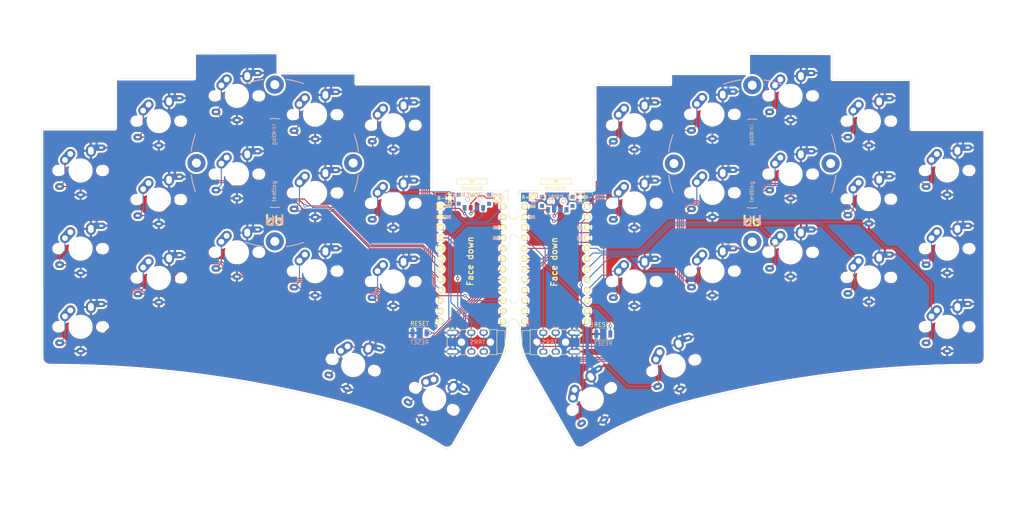
<source format=kicad_pcb>
(kicad_pcb (version 20211014) (generator pcbnew)
  (layers (0 "F.Cu" signal) (31 "B.Cu" signal) (34 "B.Paste" user) (35 "F.Paste" user) (36 "B.SilkS" user "B.Silkscreen") (37 "F.SilkS" user "F.Silkscreen") (38 "B.Mask" user) (39 "F.Mask" user) (44 "Edge.Cuts" user))
  (net 0 "")
  (net 1 "BT+")
  (net 2 "gnd")
  (net 3 "vcc")
  (net 4 "Switch18")
  (net 5 "reset")
  (net 6 "Switch1")
  (net 7 "Switch2")
  (net 8 "Switch3")
  (net 9 "Switch4")
  (net 10 "Switch5")
  (net 11 "Switch6")
  (net 12 "Switch7")
  (net 13 "Switch8")
  (net 14 "Switch9")
  (net 15 "Switch10")
  (net 16 "Switch11")
  (net 17 "Switch12")
  (net 18 "Switch13")
  (net 19 "Switch14")
  (net 20 "Switch15")
  (net 21 "Switch16")
  (net 22 "Switch17")
  (net 23 "Net-(SW_POWER1-Pad1)")
  (net 24 "raw")
  (net 25 "BT+_r")
  (net 26 "Switch18_r")
  (net 27 "reset_r")
  (net 28 "Switch9_r")
  (net 29 "Switch10_r")
  (net 30 "Switch11_r")
  (net 31 "Switch12_r")
  (net 32 "Switch13_r")
  (net 33 "Switch14_r")
  (net 34 "Switch15_r")
  (net 35 "Switch16_r")
  (net 36 "Switch17_r")
  (net 37 "Switch1_r")
  (net 38 "Switch2_r")
  (net 39 "Switch3_r")
  (net 40 "Switch4_r")
  (net 41 "Switch5_r")
  (net 42 "Switch6_r")
  (net 43 "Switch7_r")
  (net 44 "Switch8_r")
  (net 45 "Net-(SW_POWERR1-Pad1)")
  (footprint "kbd:1pin_conn" (layer "F.Cu") (at 146.190005 83.736002)
    (fp_text reference "B+")
    (fp_text value "MountingHole_Pad" hide)
  )
  (footprint "kbd:1pin_conn" (layer "F.Cu") (at 134.760005 83.736002)
    (fp_text reference "B-")
    (fp_text value "MountingHole_Pad" hide)
  )
  (footprint "* duckyb-collection:keyswitch_cherrymx_alps_choc12_slots_1u" (layer "F.Cu") (at 45 77)
    (fp_text reference "SW2" hide)
    (fp_text value "SW_Push" hide)
  )
  (footprint "* duckyb-collection:keyswitch_cherrymx_alps_choc12_slots_1u" (layer "F.Cu") (at 64 65)
    (fp_text reference "SW3" hide)
    (fp_text value "SW_Push" hide)
  )
  (footprint "* duckyb-collection:keyswitch_cherrymx_alps_choc12_slots_1u" (layer "F.Cu") (at 83 58.86)
    (fp_text reference "SW4" hide)
    (fp_text value "SW_Push" hide)
  )
  (footprint "* duckyb-collection:keyswitch_cherrymx_alps_choc12_slots_1u" (layer "F.Cu") (at 101.994 63.432)
    (fp_text reference "SW5" hide)
    (fp_text value "SW_Push" hide)
  )
  (footprint "* duckyb-collection:keyswitch_cherrymx_alps_choc12_slots_1u" (layer "F.Cu") (at 121 66)
    (fp_text reference "SW6" hide)
    (fp_text value "SW_Push" hide)
  )
  (footprint "* duckyb-collection:keyswitch_cherrymx_alps_choc12_slots_1u" (layer "F.Cu") (at 45 96)
    (fp_text reference "SW8" hide)
    (fp_text value "SW_Push" hide)
  )
  (footprint "* duckyb-collection:keyswitch_cherrymx_alps_choc12_slots_1u" (layer "F.Cu") (at 64 84.074)
    (fp_text reference "SW9" hide)
    (fp_text value "SW_Push" hide)
  )
  (footprint "* duckyb-collection:keyswitch_cherrymx_alps_choc12_slots_1u" (layer "F.Cu") (at 83 77.878)
    (fp_text reference "SW10" hide)
    (fp_text value "SW_Push" hide)
  )
  (footprint "* duckyb-collection:keyswitch_cherrymx_alps_choc12_slots_1u" (layer "F.Cu") (at 102 82.45)
    (fp_text reference "SW11" hide)
    (fp_text value "SW_Push" hide)
  )
  (footprint "* duckyb-collection:keyswitch_cherrymx_alps_choc12_slots_1u" (layer "F.Cu") (at 120.98 84.99)
    (fp_text reference "SW12" hide)
    (fp_text value "SW_Push" hide)
  )
  (footprint "* duckyb-collection:keyswitch_cherrymx_alps_choc12_slots_1u" (layer "F.Cu") (at 45 115)
    (fp_text reference "SW14" hide)
    (fp_text value "SW_Push" hide)
  )
  (footprint "* duckyb-collection:keyswitch_cherrymx_alps_choc12_slots_1u" (layer "F.Cu") (at 64.008 103.124)
    (fp_text reference "SW15" hide)
    (fp_text value "SW_Push" hide)
  )
  (footprint "* duckyb-collection:keyswitch_cherrymx_alps_choc12_slots_1u" (layer "F.Cu") (at 83 96.896)
    (fp_text reference "SW16" hide)
    (fp_text value "SW_Push" hide)
  )
  (footprint "* duckyb-collection:keyswitch_cherrymx_alps_choc12_slots_1u" (layer "F.Cu") (at 102 101.468)
    (fp_text reference "SW17" hide)
    (fp_text value "SW_Push" hide)
  )
  (footprint "* duckyb-collection:keyswitch_cherrymx_alps_choc12_slots_1u" (layer "F.Cu") (at 130.95 132.504 -30)
    (fp_text reference "SW20" hide)
    (fp_text value "SW_Push" hide)
  )
  (footprint "* duckyb-collection:keyswitch_cherrymx_alps_choc12_slots_1u" (layer "F.Cu") (at 111.272 124.288 -15)
    (fp_text reference "SW21" hide)
    (fp_text value "SW_Push" hide)
  )
  (footprint "kbd:Tenting_Puck2" (layer "F.Cu") (at 92.202 75.184)
    (fp_text reference "REF**")
    (fp_text value "Tenting Puck")
  )
  (footprint "Kailh:SPDT_C128955r" (layer "F.Cu") (at 140.602 83.99)
    (fp_text reference "SW2")
    (fp_text value "SW_SPDT")
  )
  (footprint "kbd:SW_SPST_B3U-1000P" (layer "F.Cu") (at 127.394 116.502)
    (fp_text reference "RSW1" hide)
    (fp_text value "SW_Push")
  )
  (footprint "* duckyb-collection:keyswitch_cherrymx_alps_choc12_slots_1u" (layer "F.Cu") (at 120.98 104.008)
    (fp_text reference "SW18" hide)
    (fp_text value "SW_Push" hide)
  )
  (footprint "kbd:ProMicro_v3_min" (layer "F.Cu") (at 140.094 100.246)
    (fp_text reference "U1" hide)
    (fp_text value "ProMicro-kbd" hide)
  )
  (footprint "kbd:1pin_conn" (layer "F.Cu") (at 166.45984 83.482002)
    (fp_text reference "B-")
    (fp_text value "MountingHole_Pad" hide)
  )
  (footprint "kbd:SW_SPST_B3U-1000P" (layer "F.Cu") (at 172.04784 116.756)
    (fp_text reference "RSW2" hide)
    (fp_text value "SW_Push")
  )
  (footprint "kbd:1pin_conn" (layer "F.Cu") (at 155.02984 83.482002)
    (fp_text reference "B+")
    (fp_text value "MountingHole_Pad" hide)
  )
  (footprint "kbd:Tenting_Puck2" (layer "F.Cu") (at 208.26984 75.311)
    (fp_text reference "REF**")
    (fp_text value "Tenting Puck")
  )
  (footprint "Kailh:SPDT_C128955r" (layer "F.Cu") (at 160.87184 84.498)
    (fp_text reference "SW2")
    (fp_text value "SW_SPDT")
  )
  (footprint "Kailh:TRRS-PJ-DPB2" (layer "F.Cu") (at 154.26784 118.734 90)
    (fp_text reference "J1")
    (fp_text value "AudioJack4dpb" hide)
  )
  (footprint "* duckyb-collection:keyswitch_cherrymx_alps_choc12_slots_1u" (layer "F.Cu") (at 198.58584 82.418)
    (fp_text reference "SW11_r1" hide)
    (fp_text value "SW_Push" hide)
  )
  (footprint "* duckyb-collection:keyswitch_cherrymx_alps_choc12_slots_1u" (layer "F.Cu") (at 255.63184 115)
    (fp_text reference "SW13_r1" hide)
    (fp_text value "SW_Push" hide)
  )
  (footprint "* duckyb-collection:keyswitch_cherrymx_alps_choc12_slots_1u" (layer "F.Cu") (at 217.58784 96.896)
    (fp_text reference "SW15_r1" hide)
    (fp_text value "SW_Push" hide)
  )
  (footprint "* duckyb-collection:keyswitch_cherrymx_alps_choc12_slots_1u" (layer "F.Cu") (at 198.58584 101.468)
    (fp_text reference "SW16_r1" hide)
    (fp_text value "SW_Push" hide)
  )
  (footprint "* duckyb-collection:keyswitch_cherrymx_alps_choc12_slots_1u" (layer "F.Cu") (at 198.58584 63.368)
    (fp_text reference "SW5_r1" hide)
    (fp_text value "SW_Push" hide)
  )
  (footprint "* duckyb-collection:keyswitch_cherrymx_alps_choc12_slots_1u" (layer "F.Cu") (at 236.61384 65)
    (fp_text reference "SW3_r1" hide)
    (fp_text value "SW_Push" hide)
  )
  (footprint "* duckyb-collection:keyswitch_cherrymx_alps_choc12_slots_1u" (layer "F.Cu") (at 217.58784 58.86)
    (fp_text reference "SW4_r1" hide)
    (fp_text value "SW_Push" hide)
  )
  (footprint "* duckyb-collection:keyswitch_cherrymx_alps_choc12_slots_1u" (layer "F.Cu") (at 236.61384 83.974)
    (fp_text reference "SW8_r1" hide)
    (fp_text value "SW_Push" hide)
  )
  (footprint "* duckyb-collection:keyswitch_cherrymx_alps_choc12_slots_1u" (layer "F.Cu") (at 217.58784 77.878)
    (fp_text reference "SW9_r1" hide)
    (fp_text value "SW_Push" hide)
  )
  (footprint "* duckyb-collection:keyswitch_cherrymx_alps_choc12_slots_1u" (layer "F.Cu") (at 236.61384 102.992)
    (fp_text reference "SW18_r1" hide)
    (fp_text value "SW_Push" hide)
  )
  (footprint "* duckyb-collection:keyswitch_cherrymx_alps_choc12_slots_1u" (layer "F.Cu") (at 179.58584 84.99)
    (fp_text reference "SW12_r1" hide)
    (fp_text value "SW_Push" hide)
  )
  (footprint "* duckyb-collection:keyswitch_cherrymx_alps_choc12_slots_1u" (layer "F.Cu") (at 255.63184 96)
    (fp_text reference "SW7_r1" hide)
    (fp_text value "SW_Push" hide)
  )
  (footprint "* duckyb-collection:keyswitch_cherrymx_alps_choc12_slots_1u" (layer "F.Cu") (at 255.63184 77)
    (fp_text reference "SW2_r1" hide)
    (fp_text value "SW_Push" hide)
  )
  (footprint "* duckyb-collection:keyswitch_cherrymx_alps_choc12_slots_1u" (layer "F.Cu") (at 179.58584 66)
    (fp_text reference "SW6_r1" hide)
    (fp_text value "SW_Push" hide)
  )
  (footprint "* duckyb-collection:keyswitch_cherrymx_alps_choc12_slots_1u" (layer "F.Cu") (at 169.251 132.542 30)
    (fp_text reference "SW20_r1" hide)
    (fp_text value "SW_Push" hide)
  )
  (footprint "* duckyb-collection:keyswitch_cherrymx_alps_choc12_slots_1u" (layer "F.Cu") (at 179.58584 104.008)
    (fp_text reference "SW17_r1" hide)
    (fp_text value "SW_Push" hide)
  )
  (footprint "* duckyb-collection:keyswitch_cherrymx_alps_choc12_slots_1u" (layer "F.Cu") (at 189.17984 124.41 15)
    (fp_text reference "SW21_r1" hide)
    (fp_text value "SW_Push" hide)
  )
  (footprint "kbd:ProMicro_v3_min" (layer "F.Cu") (at 160.51784 100.246)
    (fp_text reference "U2" hide)
    (fp_text value "ProMicro-kbd" hide)
  )
  (footprint "Duckyb-Parts:mouse-bite-5mm-slot-with-space-for-track" (layer "F.Cu") (at 150.241 90.678)
    (fp_text reference "mouse-bite-5mm-slot" hide)
    (fp_text value "VAL**" hide)
  )
  (footprint "Duckyb-Parts:mouse-bite-5mm-slot-with-space-for-track" (layer "F.Cu") (at 150.241 111.1885)
    (fp_text reference "mouse-bite-5mm-slot" hide)
    (fp_text value "VAL**" hide)
  )
  (footprint "Kailh:TRRS-PJ-DPB2" (layer "F.Cu") (at 146.19 118.734 -90)
    (fp_text reference "J2")
    (fp_text value "AudioJack4dpb" hide)
  )
  (footprint "Kailh:SPDT_C128955" (layer "B.Cu") (at 140.602 83.99 180)
    (fp_text reference "SW_POWERR1")
    (fp_text value "SW_SPDT")
  )
  (footprint "kbd:SW_SPST_B3U-1000P" (layer "B.Cu") (at 127.394 116.502)
    (fp_text reference "RSW1" hide)
    (fp_text value "SW_Push")
  )
  (footprint "Kailh:SPDT_C128955" (layer "B.Cu") (at 160.87184 84.498 180)
    (fp_text reference "SW_POWER1")
    (fp_text value "SW_SPDT")
  )
  (footprint "kbd:SW_SPST_B3U-1000P" (layer "B.Cu") (at 172.04784 116.756)
    (fp_text reference "RSW2" hide)
    (fp_text value "SW_Push")
  )
  (gr_arc (start 148.162 81.866) (mid 148.69233 82.08567) (end 148.912 82.616) (layer "Edge.Cuts") (width 0.05))
  (gr_line (start 148.912 93.218) (end 148.912 101.262) (layer "Edge.Cuts") (width 0.05))
  (gr_line (start 131.458 81.868917) (end 148.162 81.866) (layer "Edge.Cuts") (width 0.05))
  (gr_line (start 147.161679 123.613657) (end 135.71 143.699265) (layer "Edge.Cuts") (width 0.05))
  (gr_arc (start 148.924 116.248) (mid 148.462831 120.031316) (end 147.161679 123.613657) (layer "Edge.Cuts") (width 0.05))
  (gr_line (start 148.912 82.616) (end 148.924 88.11) (layer "Edge.Cuts") (width 0.05))
  (gr_line (start 149.2885 88.11) (end 148.924 88.11) (layer "Edge.Cuts") (width 0.05))
  (gr_line (start 149.2885 93.218) (end 148.912 93.218) (layer "Edge.Cuts") (width 0.05))
  (gr_line (start 149.2885 108.628) (end 148.924 108.628) (layer "Edge.Cuts") (width 0.05))
  (gr_line (start 149.2885 113.7285) (end 148.912 113.7285) (layer "Edge.Cuts") (width 0.05))
  (gr_line (start 148.912 101.262) (end 148.924 108.628) (layer "Edge.Cuts") (width 0.05))
  (gr_line (start 148.912 113.7285) (end 148.924 116.248) (layer "Edge.Cuts") (width 0.05))
  (gr_arc (start 131.458 81.868917) (mid 130.750893 81.576024) (end 130.458 80.868917) (layer "Edge.Cuts") (width 0.05))
  (gr_line (start 130.458 80.868917) (end 130.463 58.42) (layer "Edge.Cuts") (width 0.05))
  (gr_line (start 37.768 124.474571) (end 37.493002 124.473917) (layer "Edge.Cuts") (width 0.05))
  (gr_arc (start 107.797707 133.384137) (mid 120.821222 137.841207) (end 132.978 144.298) (layer "Edge.Cuts") (width 0.05))
  (gr_arc (start 37.768 124.474571) (mid 73.062876 126.72836) (end 107.797707 133.384137) (layer "Edge.Cuts") (width 0.05))
  (gr_arc (start 37.493002 124.473917) (mid 36.080534 123.924716) (end 35.458001 122.542999) (layer "Edge.Cuts") (width 0.05))
  (gr_arc (start 135.71 143.699265) (mid 134.468995 144.56898) (end 132.978 144.298) (layer "Edge.Cuts") (width 0.05))
  (gr_line (start 35.4407 66.809592) (end 35.458001 122.542999) (layer "Edge.Cuts") (width 0.05))
  (gr_line (start 168.99984 81.868917) (end 152.29584 81.866) (layer "Edge.Cuts") (width 0.05))
  (gr_line (start 151.54584 113.7285) (end 151.53384 116.248) (layer "Edge.Cuts") (width 0.05))
  (gr_line (start 153.280536 123.57215) (end 164.74784 143.699265) (layer "Edge.Cuts") (width 0.05))
  (gr_line (start 264.910345 66.947674) (end 264.999839 122.542999) (layer "Edge.Cuts") (width 0.05))
  (gr_line (start 151.54584 101.262) (end 151.53384 108.628) (layer "Edge.Cuts") (width 0.05))
  (gr_arc (start 151.54584 82.616) (mid 151.76551 82.08567) (end 152.29584 81.866) (layer "Edge.Cuts") (width 0.05))
  (gr_line (start 151.54584 93.218) (end 151.54584 101.262) (layer "Edge.Cuts") (width 0.05))
  (gr_arc (start 167.47984 144.298) (mid 179.636498 137.840747) (end 192.659669 133.38233) (layer "Edge.Cuts") (width 0.05))
  (gr_arc (start 192.659669 133.38233) (mid 227.394847 126.727903) (end 262.68984 124.474571) (layer "Edge.Cuts") (width 0.05))
  (gr_arc (start 167.47984 144.298) (mid 165.988845 144.56898) (end 164.74784 143.699265) (layer "Edge.Cuts") (width 0.05))
  (gr_arc (start 153.280536 123.57215) (mid 151.990927 120.009347) (end 151.53384 116.248) (layer "Edge.Cuts") (width 0.05))
  (gr_line (start 151.54584 82.616) (end 151.53384 88.11) (layer "Edge.Cuts") (width 0.05))
  (gr_arc (start 169.99984 80.868917) (mid 169.706947 81.576024) (end 168.99984 81.868917) (layer "Edge.Cuts") (width 0.05))
  (gr_line (start 169.99984 80.868917) (end 169.888045 56.018082) (layer "Edge.Cuts") (width 0.05))
  (gr_line (start 262.68984 124.474571) (end 262.964838 124.473917) (layer "Edge.Cuts") (width 0.05))
  (gr_arc (start 264.999839 122.542999) (mid 264.377307 123.924717) (end 262.964838 124.473917) (layer "Edge.Cuts") (width 0.05))
  (gr_line (start 151.53384 88.11) (end 151.1935 88.11) (layer "Edge.Cuts") (width 0.05))
  (gr_line (start 188.311645 56.018082) (end 188.311645 53.339999) (layer "Edge.Cuts") (width 0.05))
  (gr_line (start 72.543886 48.346603) (end 72.543886 54.645061) (layer "Edge.Cuts") (width 0.05))
  (gr_line (start 130.463 55.88) (end 112.0394 55.88) (layer "Edge.Cuts") (width 0.05))
  (gr_line (start 247.011045 54.783143) (end 227.807159 54.783143) (layer "Edge.Cuts") (width 0.05))
  (gr_line (start 130.463 55.88) (end 130.463 58.42) (layer "Edge.Cuts") (width 0.05))
  (gr_line (start 72.543886 54.645061) (end 53.34 54.645061) (layer "Edge.Cuts") (width 0.05))
  (gr_line (start 93.102448 48.26) (end 72.543886 48.346603) (layer "Edge.Cuts") (width 0.05))
  (gr_line (start 207.248597 53.339999) (end 188.311645 53.339999) (layer "Edge.Cuts") (width 0.05))
  (gr_line (start 151.54584 93.218) (end 151.1935 93.218) (layer "Edge.Cuts") (width 0.05))
  (gr_line (start 188.311645 56.018082) (end 169.888045 56.018082) (layer "Edge.Cuts") (width 0.05))
  (gr_arc (start 149.288501 113.7285) (mid 150.241 113.083627) (end 151.193499 113.728501) (layer "Edge.Cuts") (width 0.05))
  (gr_line (start 151.53384 108.628) (end 151.1935 108.628) (layer "Edge.Cuts") (width 0.05))
  (gr_line (start 207.248597 53.339999) (end 207.248597 48.398082) (layer "Edge.Cuts") (width 0.05))
  (gr_line (start 53.34 66.809592) (end 53.34 54.645061) (layer "Edge.Cuts") (width 0.05))
  (gr_arc (start 149.288501 93.218) (mid 150.241 92.573127) (end 151.193499 93.218001) (layer "Edge.Cuts") (width 0.05))
  (gr_line (start 247.011045 54.783143) (end 247.011045 66.947674) (layer "Edge.Cuts") (width 0.05))
  (gr_line (start 227.807159 54.783143) (end 227.807159 48.484685) (layer "Edge.Cuts") (width 0.05))
  (gr_line (start 151.54584 113.7285) (end 151.1935 113.7285) (layer "Edge.Cuts") (width 0.05))
  (gr_line (start 93.102448 48.26) (end 93.102448 53.201917) (layer "Edge.Cuts") (width 0.05))
  (gr_line (start 112.0394 53.201917) (end 112.0394 55.88) (layer "Edge.Cuts") (width 0.05))
  (gr_line (start 112.0394 53.201917) (end 93.102448 53.201917) (layer "Edge.Cuts") (width 0.05))
  (gr_arc (start 151.193499 108.628) (mid 150.241 109.285937) (end 149.288501 108.627999) (layer "Edge.Cuts") (width 0.05))
  (gr_arc (start 151.193499 88.11) (mid 150.241 88.772807) (end 149.288501 88.109999) (layer "Edge.Cuts") (width 0.05))
  (gr_line (start 53.34 66.809592) (end 35.4407 66.809592) (layer "Edge.Cuts") (width 0.05))
  (gr_line (start 264.910345 66.947674) (end 247.011045 66.947674) (layer "Edge.Cuts") (width 0.05))
  (gr_line (start 227.807159 48.484685) (end 207.248597 48.398082) (layer "Edge.Cuts") (width 0.05))
  (gr_text "Face down" (at 160.10984 99.23 90) (layer "F.SilkS") (effects (font (size 1.5 1.5) (thickness 0.3))))
  (gr_text "Face down" (at 139.7 99.06 90) (layer "F.SilkS") (effects (font (size 1.5 1.5) (thickness 0.3))))
  (segment (start 158.381843 85.323001) (end 157.231843 84.173001) (width 0.25) (layer "F.Cu") (net 1))
  (segment (start 157.231843 84.173001) (end 155.720841 84.173001) (width 0.25) (layer "F.Cu") (net 1))
  (segment (start 155.720841 84.173001) (end 155.02984 83.482) (width 0.25) (layer "F.Cu") (net 1))
  (segment (start 160.10984 86.585) (end 160.12184 86.573) (width 0.25) (layer "F.Cu") (net 1))
  (segment (start 160.12184 85.698) (end 159.746841 85.323001) (width 0.25) (layer "F.Cu") (net 1))
  (segment (start 159.746841 85.323001) (end 158.381843 85.323001) (width 0.25) (layer "F.Cu") (net 1))
  (segment (start 160.10984 88.054) (end 160.10984 86.585) (width 0.25) (layer "F.Cu") (net 1))
  (segment (start 160.12184 86.573) (end 160.12184 85.698) (width 0.25) (layer "F.Cu") (net 1))
  (via (at 160.10984 88.054) (size 0.8) (drill 0.4) (layers "F.Cu" "B.Cu") (net 1))
  (segment (start 160.14084 88.054) (end 161.62184 86.573) (width 0.25) (layer "B.Cu") (net 1))
  (segment (start 160.10984 88.054) (end 160.14084 88.054) (width 0.25) (layer "B.Cu") (net 1))
  (segment (start 133.236 88.308) (end 132.4854 88.308) (width 0.25) (layer "B.Cu") (net 2))
  (segment (start 134.76 83.736) (end 134.76 86.784) (width 0.25) (layer "B.Cu") (net 2))
  (segment (start 134.76 86.784) (end 133.236 88.308) (width 0.25) (layer "B.Cu") (net 2))
  (segment (start 157.46784 121.044) (end 157.48784 121.064) (width 0.25) (layer "F.Cu") (net 3))
  (segment (start 132.4854 93.388) (end 134.282 93.388) (width 0.25) (layer "F.Cu") (net 3))
  (segment (start 136.652 95.758) (end 136.652 103.251) (width 0.25) (layer "F.Cu") (net 3))
  (segment (start 134.282 93.388) (end 136.652 95.758) (width 0.25) (layer "F.Cu") (net 3))
  (via (at 136.652 103.251) (size 0.8) (drill 0.4) (layers "F.Cu" "B.Cu") (net 3))
  (segment (start 157.46784 121.044) (end 157.48784 121.064) (width 0.25) (layer "B.Cu") (net 3))
  (segment (start 157.46784 116.434) (end 157.46784 121.044) (width 0.25) (layer "B.Cu") (net 3))
  (segment (start 152.90924 93.388) (end 157.46784 97.9466) (width 0.25) (layer "B.Cu") (net 3))
  (segment (start 157.46784 97.9466) (end 157.46784 116.434) (width 0.25) (layer "B.Cu") (net 3))
  (segment (start 136.652 110.086) (end 142.97 116.404) (width 0.25) (layer "B.Cu") (net 3))
  (segment (start 142.97 116.404) (end 142.97 121.014) (width 0.25) (layer "B.Cu") (net 3))
  (segment (start 142.97 121.014) (end 142.99 121.034) (width 0.25) (layer "B.Cu") (net 3))
  (segment (start 136.652 103.251) (end 136.652 110.086) (width 0.25) (layer "B.Cu") (net 3))
  (segment (start 135.014 109.083718) (end 135.014 93.642) (width 0.25) (layer "B.Cu") (net 4))
  (segment (start 139.97 121.014) (end 139.99 121.034) (width 0.25) (layer "B.Cu") (net 4))
  (segment (start 139.97 114.039718) (end 135.014 109.083718) (width 0.25) (layer "B.Cu") (net 4))
  (segment (start 146.02888 89.98452) (end 147.7054 88.308) (width 0.25) (layer "B.Cu") (net 4))
  (segment (start 139.97 116.404) (end 139.97 114.039718) (width 0.25) (layer "B.Cu") (net 4))
  (segment (start 139.97 116.404) (end 139.97 121.014) (width 0.25) (layer "B.Cu") (net 4))
  (segment (start 138.67148 89.98452) (end 146.02888 89.98452) (width 0.25) (layer "B.Cu") (net 4))
  (segment (start 135.014 93.642) (end 138.67148 89.98452) (width 0.25) (layer "B.Cu") (net 4))
  (segment (start 129.094 116.502) (end 129.934 116.502) (width 0.25) (layer "F.Cu") (net 5))
  (via (at 129.934 116.502) (size 0.8) (drill 0.4) (layers "F.Cu" "B.Cu") (net 5))
  (segment (start 129.934 116.502) (end 129.094 116.502) (width 0.25) (layer "B.Cu") (net 5))
  (segment (start 134.493 113.309162) (end 131.300162 116.502) (width 0.25) (layer "B.Cu") (net 5))
  (segment (start 131.300162 116.502) (end 129.934 116.502) (width 0.25) (layer "B.Cu") (net 5))
  (segment (start 134.493 92.8556) (end 134.493 113.309162) (width 0.25) (layer "B.Cu") (net 5))
  (segment (start 132.4854 90.848) (end 134.493 92.8556) (width 0.25) (layer "B.Cu") (net 5))
  (segment (start 125.238397 75.968037) (end 118.372399 75.968037) (width 0.25) (layer "F.Cu") (net 6))
  (segment (start 127.978962 83.349038) (end 127.978962 78.708602) (width 0.25) (layer "F.Cu") (net 6))
  (segment (start 127.978962 78.708602) (end 125.238397 75.968037) (width 0.25) (layer "F.Cu") (net 6))
  (segment (start 116.144388 73.740028) (end 114.7568 73.740028) (width 0.25) (layer "F.Cu") (net 6))
  (segment (start 131.167319 106.378681) (end 131.167319 102.866329) (width 0.25) (layer "F.Cu") (net 6))
  (segment (start 113.486798 72.470028) (end 98.868206 72.470028) (width 0.25) (layer "F.Cu") (net 6))
  (segment (start 41.2 79.6) (end 39.9 80.9) (width 0.25) (layer "F.Cu") (net 6))
  (segment (start 41.2 74.45) (end 41.2 79.6) (width 0.25) (layer "F.Cu") (net 6))
  (segment (start 131.167319 102.866329) (end 129.598359 101.297369) (width 0.25) (layer "F.Cu") (net 6))
  (segment (start 96.894196 70.49602) (end 66.91798 70.49602) (width 0.25) (layer "F.Cu") (net 6))
  (segment (start 56.514 80.9) (end 39.9 80.9) (width 0.25) (layer "F.Cu") (net 6))
  (segment (start 129.598359 85.055589) (end 127.978964 83.436194) (width 0.25) (layer "F.Cu") (net 6))
  (segment (start 129.598359 101.297369) (end 129.598359 85.055589) (width 0.25) (layer "F.Cu") (net 6))
  (segment (start 127.978964 83.436194) (end 127.978962 83.349038) (width 0.25) (layer "F.Cu") (net 6))
  (segment (start 131.167319 106.378681) (end 132.230638 107.442) (width 0.25) (layer "F.Cu") (net 6))
  (segment (start 114.7568 73.740028) (end 113.486798 72.470028) (width 0.25) (layer "F.Cu") (net 6))
  (segment (start 66.91798 70.49602) (end 56.514 80.9) (width 0.25) (layer "F.Cu") (net 6))
  (segment (start 118.372399 75.968037) (end 116.144388 73.740028) (width 0.25) (layer "F.Cu") (net 6))
  (segment (start 132.230638 107.442) (end 138.43 107.442) (width 0.25) (layer "F.Cu") (net 6))
  (segment (start 98.868206 72.470028) (end 96.894196 70.49602) (width 0.25) (layer "F.Cu") (net 6))
  (via (at 138.43 107.442) (size 0.8) (drill 0.4) (layers "F.Cu" "B.Cu") (net 6))
  (segment (start 139.616 108.628) (end 147.7054 108.628) (width 0.25) (layer "B.Cu") (net 6))
  (segment (start 138.43 107.442) (end 139.616 108.628) (width 0.25) (layer "B.Cu") (net 6))
  (segment (start 69.53801 70.04601) (end 97.080596 70.04601) (width 0.25) (layer "F.Cu") (net 7))
  (segment (start 68.392 68.9) (end 69.53801 70.04601) (width 0.25) (layer "F.Cu") (net 7))
  (segment (start 60.2 67.6) (end 58.9 68.9) (width 0.25) (layer "F.Cu") (net 7))
  (segment (start 125.424799 75.518029) (end 128.428972 78.522202) (width 0.25) (layer "F.Cu") (net 7))
  (segment (start 97.080596 70.04601) (end 99.054605 72.020019) (width 0.25) (layer "F.Cu") (net 7))
  (segment (start 128.428972 78.522202) (end 128.428972 80.676972) (width 0.25) (layer "F.Cu") (net 7))
  (segment (start 128.428973 83.249793) (end 130.048369 84.869189) (width 0.25) (layer "F.Cu") (net 7))
  (segment (start 130.048369 84.869189) (end 130.048369 101.110969) (width 0.25) (layer "F.Cu") (net 7))
  (segment (start 130.048369 101.110969) (end 132.4854 103.548) (width 0.25) (layer "F.Cu") (net 7))
  (segment (start 116.33079 73.29002) (end 118.558798 75.518028) (width 0.25) (layer "F.Cu") (net 7))
  (segment (start 99.054605 72.020019) (end 113.6732 72.02002) (width 0.25) (layer "F.Cu") (net 7))
  (segment (start 113.6732 72.02002) (end 114.943199 73.290019) (width 0.25) (layer "F.Cu") (net 7))
  (segment (start 128.428973 80.676973) (end 128.428973 83.249793) (width 0.25) (layer "F.Cu") (net 7))
  (segment (start 60.2 62.45) (end 60.2 67.6) (width 0.25) (layer "F.Cu") (net 7))
  (segment (start 114.943199 73.290019) (end 116.33079 73.29002) (width 0.25) (layer "F.Cu") (net 7))
  (segment (start 58.9 68.9) (end 68.392 68.9) (width 0.25) (layer "F.Cu") (net 7))
  (segment (start 118.558798 75.518028) (end 125.424799 75.518029) (width 0.25) (layer "F.Cu") (net 7))
  (segment (start 128.878982 78.335802) (end 128.878982 83.063392) (width 0.25) (layer "F.Cu") (net 8))
  (segment (start 99.241006 71.57001) (end 113.8596 71.57001) (width 0.25) (layer "F.Cu") (net 8))
  (segment (start 125.6112 75.06802) (end 128.878982 78.335802) (width 0.25) (layer "F.Cu") (net 8))
  (segment (start 79.2 56.31) (end 79.2 61.46) (width 0.25) (layer "F.Cu") (net 8))
  (segment (start 77.9 62.76) (end 84.736 69.596) (width 0.25) (layer "F.Cu") (net 8))
  (segment (start 118.745199 75.068019) (end 125.6112 75.06802) (width 0.25) (layer "F.Cu") (net 8))
  (segment (start 128.878982 83.063392) (end 130.498379 84.682789) (width 0.25) (layer "F.Cu") (net 8))
  (segment (start 79.2 61.46) (end 77.9 62.76) (width 0.25) (layer "F.Cu") (net 8))
  (segment (start 97.266996 69.596) (end 99.241006 71.57001) (width 0.25) (layer "F.Cu") (net 8))
  (segment (start 116.51719 72.84001) (end 118.745199 75.068019) (width 0.25) (layer "F.Cu") (net 8))
  (segment (start 84.736 69.596) (end 97.266996 69.596) (width 0.25) (layer "F.Cu") (net 8))
  (segment (start 113.8596 71.57001) (end 115.1296 72.84001) (width 0.25) (layer "F.Cu") (net 8))
  (segment (start 130.498379 84.682789) (end 130.498379 99.020979) (width 0.25) (layer "F.Cu") (net 8))
  (segment (start 130.498379 99.020979) (end 132.4854 101.008) (width 0.25) (layer "F.Cu") (net 8))
  (segment (start 115.1296 72.84001) (end 116.51719 72.84001) (width 0.25) (layer "F.Cu") (net 8))
  (segment (start 129.328991 79.713009) (end 129.328991 82.876991) (width 0.25) (layer "F.Cu") (net 9))
  (segment (start 116.70359 72.39) (end 118.9316 74.61801) (width 0.25) (layer "F.Cu") (net 9))
  (segment (start 129.328991 82.876991) (end 130.948389 84.496389) (width 0.25) (layer "F.Cu") (net 9))
  (segment (start 130.948389 96.930989) (end 132.4854 98.468) (width 0.25) (layer "F.Cu") (net 9))
  (segment (start 98.194 60.882) (end 98.194 66.032) (width 0.25) (layer "F.Cu") (net 9))
  (segment (start 115.316 72.39) (end 116.70359 72.39) (width 0.25) (layer "F.Cu") (net 9))
  (segment (start 114.046 71.12) (end 115.316 72.39) (width 0.25) (layer "F.Cu") (net 9))
  (segment (start 129.328991 78.149401) (end 129.328991 79.713009) (width 0.25) (layer "F.Cu") (net 9))
  (segment (start 118.9316 74.61801) (end 125.7976 74.61801) (width 0.25) (layer "F.Cu") (net 9))
  (segment (start 98.194 66.032) (end 96.894 67.332) (width 0.25) (layer "F.Cu") (net 9))
  (segment (start 100.682 71.12) (end 114.046 71.12) (width 0.25) (layer "F.Cu") (net 9))
  (segment (start 96.894 67.332) (end 100.682 71.12) (width 0.25) (layer "F.Cu") (net 9))
  (segment (start 130.948389 84.496389) (end 130.948389 96.930989) (width 0.25) (layer "F.Cu") (net 9))
  (segment (start 125.7976 74.61801) (end 129.328991 78.149401) (width 0.25) (layer "F.Cu") (net 9))
  (segment (start 129.794 77.978) (end 129.794 82.58) (width 0.25) (layer "F.Cu") (net 10))
  (segment (start 117.2 63.45) (end 117.2 68.6) (width 0.25) (layer "F.Cu") (net 10))
  (segment (start 115.9 70.95) (end 119.118 74.168) (width 0.25) (layer "F.Cu") (net 10))
  (segment (start 115.9 69.9) (end 115.9 70.95) (width 0.25) (layer "F.Cu") (net 10))
  (segment (start 129.794 82.58) (end 131.398399 84.184399) (width 0.25) (layer "F.Cu") (net 10))
  (segment (start 131.398399 84.184399) (end 131.398399 94.840999) (width 0.25) (layer "F.Cu") (net 10))
  (segment (start 131.398399 94.840999) (end 132.4854 95.928) (width 0.25) (layer "F.Cu") (net 10))
  (segment (start 119.118 74.168) (end 125.984 74.168) (width 0.25) (layer "F.Cu") (net 10))
  (segment (start 125.984 74.168) (end 129.794 77.978) (width 0.25) (layer "F.Cu") (net 10))
  (segment (start 117.2 68.6) (end 115.9 69.9) (width 0.25) (layer "F.Cu") (net 10))
  (segment (start 64.393892 88.42352) (end 67.691 85.126412) (width 0.25) (layer "F.Cu") (net 11))
  (segment (start 70.2904 79.95201) (end 80.330598 79.95201) (width 0.25) (layer "F.Cu") (net 11))
  (segment (start 80.330598 79.95201) (end 81.658588 81.28) (width 0.25) (layer "F.Cu") (net 11))
  (segment (start 61.18248 88.42352) (end 64.393892 88.42352) (width 0.25) (layer "F.Cu") (net 11))
  (segment (start 98.36652 84.39652) (end 99.568 85.598) (width 0.25) (layer "F.Cu") (net 11))
  (segment (start 90.932 81.28) (end 94.04852 84.39652) (width 0.25) (layer "F.Cu") (net 11))
  (segment (start 39.9 99.9) (end 49.706 99.9) (width 0.25) (layer "F.Cu") (net 11))
  (segment (start 81.658588 81.28) (end 90.932 81.28) (width 0.25) (layer "F.Cu") (net 11))
  (segment (start 49.706 99.9) (end 61.18248 88.42352) (width 0.25) (layer "F.Cu") (net 11))
  (segment (start 67.691 82.55141) (end 70.2904 79.95201) (width 0.25) (layer "F.Cu") (net 11))
  (segment (start 67.691 85.126412) (end 67.691 82.55141) (width 0.25) (layer "F.Cu") (net 11))
  (segment (start 94.04852 84.39652) (end 98.36652 84.39652) (width 0.25) (layer "F.Cu") (net 11))
  (via (at 99.568 85.598) (size 0.8) (drill 0.4) (layers "F.Cu" "B.Cu") (net 11))
  (segment (start 39.9 97.759002) (end 39.9 99.9) (width 0.25) (layer "B.Cu") (net 11))
  (segment (start 131.0827 98.0927) (end 131.0827 104.6853) (width 0.25) (layer "B.Cu") (net 11))
  (segment (start 128.41 95.42) (end 131.0827 98.0927) (width 0.25) (layer "B.Cu") (net 11))
  (segment (start 99.568 85.598) (end 105.126 85.598) (width 0.25) (layer "B.Cu") (net 11))
  (segment (start 105.126 85.598) (end 114.948 95.42) (width 0.25) (layer "B.Cu") (net 11))
  (segment (start 41.2 96.459002) (end 39.9 97.759002) (width 0.25) (layer "B.Cu") (net 11))
  (segment (start 41.2 93.45) (end 41.2 96.459002) (width 0.25) (layer "B.Cu") (net 11))
  (segment (start 131.0827 104.6853) (end 132.4854 106.088) (width 0.25) (layer "B.Cu") (net 11))
  (segment (start 114.948 95.42) (end 128.41 95.42) (width 0.25) (layer "B.Cu") (net 11))
  (segment (start 58.9 87.974) (end 64.207002 87.974) (width 0.25) (layer "F.Cu") (net 12))
  (segment (start 130.696 103.03142) (end 130.696 103.294) (width 0.25) (layer "F.Cu") (net 12))
  (segment (start 128.26039 95.11198) (end 129.148348 95.999938) (width 0.25) (layer "F.Cu") (net 12))
  (segment (start 80.516998 79.502) (end 81.786998 80.772) (width 0.25) (layer "F.Cu") (net 12))
  (segment (start 64.207002 87.974) (end 67.24148 84.939522) (width 0.25) (layer "F.Cu") (net 12))
  (segment (start 129.148348 95.999938) (end 129.148349 96.158349) (width 0.25) (layer "F.Cu") (net 12))
  (segment (start 106.5448 85.96798) (end 115.6888 95.11198) (width 0.25) (layer "F.Cu") (net 12))
  (segment (start 70.104 79.502) (end 80.516998 79.502) (width 0.25) (layer "F.Cu") (net 12))
  (segment (start 129.156929 101.492349) (end 130.696 103.03142) (width 0.25) (layer "F.Cu") (net 12))
  (segment (start 130.717309 106.565081) (end 132.4854 108.333172) (width 0.25) (layer "F.Cu") (net 12))
  (segment (start 99.389998 83.947) (end 101.410978 85.96798) (width 0.25) (layer "F.Cu") (net 12))
  (segment (start 130.696 103.294) (end 130.717309 103.315309) (width 0.25) (layer "F.Cu") (net 12))
  (segment (start 115.6888 95.11198) (end 128.26039 95.11198) (width 0.25) (layer "F.Cu") (net 12))
  (segment (start 129.148349 96.158349) (end 129.148349 101.492349) (width 0.25) (layer "F.Cu") (net 12))
  (segment (start 81.786998 80.772) (end 91.06041 80.772) (width 0.25) (layer "F.Cu") (net 12))
  (segment (start 94.23541 83.947) (end 99.389998 83.947) (width 0.25) (layer "F.Cu") (net 12))
  (segment (start 67.24148 82.36452) (end 70.104 79.502) (width 0.25) (layer "F.Cu") (net 12))
  (segment (start 132.4854 108.333172) (end 132.4854 108.628) (width 0.25) (layer "F.Cu") (net 12))
  (segment (start 101.410978 85.96798) (end 106.5448 85.96798) (width 0.25) (layer "F.Cu") (net 12))
  (segment (start 67.24148 84.939522) (end 67.24148 82.36452) (width 0.25) (layer "F.Cu") (net 12))
  (segment (start 91.06041 80.772) (end 94.23541 83.947) (width 0.25) (layer "F.Cu") (net 12))
  (segment (start 129.148349 101.492349) (end 129.156929 101.492349) (width 0.25) (layer "F.Cu") (net 12))
  (segment (start 130.717309 103.315309) (end 130.717309 106.565081) (width 0.25) (layer "F.Cu") (net 12))
  (segment (start 60.2 81.524) (end 60.2 86.674) (width 0.25) (layer "B.Cu") (net 12))
  (segment (start 60.2 86.674) (end 58.9 87.974) (width 0.25) (layer "B.Cu") (net 12))
  (segment (start 130.24599 103.60599) (end 130.267299 103.627299) (width 0.25) (layer "F.Cu") (net 13))
  (segment (start 130.24599 103.21782) (end 130.24599 103.60599) (width 0.25) (layer "F.Cu") (net 13))
  (segment (start 115.5024 95.56199) (end 128.07399 95.56199) (width 0.25) (layer "F.Cu") (net 13))
  (segment (start 128.07399 95.56199) (end 128.698339 96.186339) (width 0.25) (layer "F.Cu") (net 13))
  (segment (start 90.79359 81.778) (end 93.86163 84.84604) (width 0.25) (layer "F.Cu") (net 13))
  (segment (start 130.267299 103.627299) (end 130.267299 106.751481) (width 0.25) (layer "F.Cu") (net 13))
  (segment (start 130.95 107.434182) (end 130.95 109.6326) (width 0.25) (layer "F.Cu") (net 13))
  (segment (start 128.698339 96.186339) (end 128.698339 101.735661) (width 0.25) (layer "F.Cu") (net 13))
  (segment (start 130.267299 106.751481) (end 130.95 107.434182) (width 0.25) (layer "F.Cu") (net 13))
  (segment (start 130.128085 103.099915) (end 130.24599 103.21782) (width 0.25) (layer "F.Cu") (net 13))
  (segment (start 93.86163 84.84604) (end 97.54604 84.84604) (width 0.25) (layer "F.Cu") (net 13))
  (segment (start 97.54604 84.84604) (end 99.11799 86.41799) (width 0.25) (layer "F.Cu") (net 13))
  (segment (start 99.11799 86.41799) (end 106.3584 86.41799) (width 0.25) (layer "F.Cu") (net 13))
  (segment (start 130.062593 103.099915) (end 130.128085 103.099915) (width 0.25) (layer "F.Cu") (net 13))
  (segment (start 106.3584 86.41799) (end 115.5024 95.56199) (width 0.25) (layer "F.Cu") (net 13))
  (segment (start 77.9 81.778) (end 90.79359 81.778) (width 0.25) (layer "F.Cu") (net 13))
  (segment (start 130.95 109.6326) (end 132.4854 111.168) (width 0.25) (layer "F.Cu") (net 13))
  (segment (start 128.698339 101.735661) (end 130.062593 103.099915) (width 0.25) (layer "F.Cu") (net 13))
  (segment (start 79.2 80.478) (end 77.9 81.778) (width 0.25) (layer "B.Cu") (net 13))
  (segment (start 79.2 75.328) (end 79.2 80.478) (width 0.25) (layer "B.Cu") (net 13))
  (segment (start 129.817289 106.937881) (end 130.49999 107.620582) (width 0.25) (layer "F.Cu") (net 14))
  (segment (start 128.24833 101.922062) (end 129.79598 103.469712) (width 0.25) (layer "F.Cu") (net 14))
  (segment (start 129.79598 103.79239) (end 129.817289 103.813699) (width 0.25) (layer "F.Cu") (net 14))
  (segment (start 96.9 86.35) (end 97.418 86.868) (width 0.25) (layer "F.Cu") (net 14))
  (segment (start 129.817289 103.813699) (end 129.817289 106.937881) (width 0.25) (layer "F.Cu") (net 14))
  (segment (start 130.49999 107.620582) (end 130.49999 111.72259) (width 0.25) (layer "F.Cu") (net 14))
  (segment (start 130.49999 111.72259) (end 132.4854 113.708) (width 0.25) (layer "F.Cu") (net 14))
  (segment (start 115.316 96.012) (end 127.762 96.012) (width 0.25) (layer "F.Cu") (net 14))
  (segment (start 129.79598 103.469712) (end 129.79598 103.79239) (width 0.25) (layer "F.Cu") (net 14))
  (segment (start 97.418 86.868) (end 106.172 86.868) (width 0.25) (layer "F.Cu") (net 14))
  (segment (start 128.24833 96.49833) (end 128.24833 101.922062) (width 0.25) (layer "F.Cu") (net 14))
  (segment (start 106.172 86.868) (end 115.316 96.012) (width 0.25) (layer "F.Cu") (net 14))
  (segment (start 127.762 96.012) (end 128.24833 96.49833) (width 0.25) (layer "F.Cu") (net 14))
  (segment (start 98.2 85.05) (end 96.9 86.35) (width 0.25) (layer "B.Cu") (net 14))
  (segment (start 98.2 79.9) (end 98.2 85.05) (width 0.25) (layer "B.Cu") (net 14))
  (segment (start 115.88 88.89) (end 115.834 88.89) (width 0.25) (layer "F.Cu") (net 15))
  (segment (start 117.18 82.44) (end 119.422998 82.44) (width 0.25) (layer "B.Cu") (net 15))
  (segment (start 119.422998 82.44) (end 119.697519 82.165479) (width 0.25) (layer "B.Cu") (net 15))
  (segment (start 138.43 89.535) (end 143.9384 89.535) (width 0.25) (layer "B.Cu") (net 15))
  (segment (start 134.704261 82.165479) (end 136.034609 83.495827) (width 0.25) (layer "B.Cu") (net 15))
  (segment (start 136.034609 83.495827) (end 136.034609 87.139609) (width 0.25) (layer "B.Cu") (net 15))
  (segment (start 136.034609 87.139609) (end 138.43 89.535) (width 0.25) (layer "B.Cu") (net 15))
  (segment (start 117.18 87.59) (end 115.88 88.89) (width 0.25) (layer "B.Cu") (net 15))
  (segment (start 119.697519 82.165479) (end 134.704261 82.165479) (width 0.25) (layer "B.Cu") (net 15))
  (segment (start 143.9384 89.535) (end 147.7054 85.768) (width 0.25) (layer "B.Cu") (net 15))
  (segment (start 117.18 82.44) (end 117.18 87.59) (width 0.25) (layer "B.Cu") (net 15))
  (segment (start 144.92 102.882162) (end 144.92 98.7134) (width 0.25) (layer "F.Cu") (net 16))
  (segment (start 87.951392 101.792982) (end 89.398392 103.239982) (width 0.25) (layer "F.Cu") (net 16))
  (segment (start 83.243095 99.895981) (end 85.140095 101.792981) (width 0.25) (layer "F.Cu") (net 16))
  (segment (start 89.398392 103.239982) (end 98.924802 103.239982) (width 0.25) (layer "F.Cu") (net 16))
  (segment (start 66.2716 106.57399) (end 67.389491 105.456099) (width 0.25) (layer "F.Cu") (net 16))
  (segment (start 58.142006 105.89899) (end 59.673994 105.89899) (width 0.25) (layer "F.Cu") (net 16))
  (segment (start 100.45841 104.77359) (end 105.28441 104.77359) (width 0.25) (layer "F.Cu") (net 16))
  (segment (start 70.615608 99.22098) (end 79.40898 99.22098) (width 0.25) (layer "F.Cu") (net 16))
  (segment (start 41.19 112.21) (end 41.19 113.46) (width 0.25) (layer "F.Cu") (net 16))
  (segment (start 113.99029 105.09747) (end 114.32578 105.43296) (width 0.25) (layer "F.Cu") (net 16))
  (segment (start 60.348994 106.57399) (end 66.2716 106.57399) (width 0.25) (layer "F.Cu") (net 16))
  (segment (start 48.413002 118.9) (end 57.48299 109.830012) (width 0.25) (layer "F.Cu") (net 16))
  (segment (start 117.205194 105.43296) (end 118.655038 106.882804) (width 0.25) (layer "F.Cu") (net 16))
  (segment (start 67.389491 105.456099) (end 67.389491 102.447097) (width 0.25) (layer "F.Cu") (net 16))
  (segment (start 57.48299 106.558006) (end 58.142006 105.89899) (width 0.25) (layer "F.Cu") (net 16))
  (segment (start 98.924802 103.239982) (end 100.45841 104.77359) (width 0.25) (layer "F.Cu") (net 16))
  (segment (start 129.968202 117.83396) (end 144.92 102.882162) (width 0.25) (layer "F.Cu") (net 16))
  (segment (start 80.08398 99.89598) (end 83.243095 99.895981) (width 0.25) (layer "F.Cu") (net 16))
  (segment (start 144.92 98.7134) (end 147.7054 95.928) (width 0.25) (layer "F.Cu") (net 16))
  (segment (start 39.9 118.9) (end 48.413002 118.9) (width 0.25) (layer "F.Cu") (net 16))
  (segment (start 85.140095 101.792981) (end 87.951392 101.792982) (width 0.25) (layer "F.Cu") (net 16))
  (segment (start 118.655038 115.601398) (end 120.8876 117.83396) (width 0.25) (layer "F.Cu") (net 16))
  (segment (start 118.655038 106.882804) (end 118.655038 115.601398) (width 0.25) (layer "F.Cu") (net 16))
  (segment (start 105.60829 105.09747) (end 113.99029 105.09747) (width 0.25) (layer "F.Cu") (net 16))
  (segment (start 67.389491 102.447097) (end 70.615608 99.22098) (width 0.25) (layer "F.Cu") (net 16))
  (segment (start 120.8876 117.83396) (end 129.968202 117.83396) (width 0.25) (layer "F.Cu") (net 16))
  (segment (start 59.673994 105.89899) (end 60.348994 106.57399) (width 0.25) (layer "F.Cu") (net 16))
  (segment (start 105.28441 104.77359) (end 105.60829 105.09747) (width 0.25) (layer "F.Cu") (net 16))
  (segment (start 79.40898 99.22098) (end 80.08398 99.89598) (width 0.25) (layer "F.Cu") (net 16))
  (segment (start 114.32578 105.43296) (end 117.205194 105.43296) (width 0.25) (layer "F.Cu") (net 16))
  (segment (start 57.48299 109.830012) (end 57.48299 106.558006) (width 0.25) (layer "F.Cu") (net 16))
  (segment (start 41.2 117.6) (end 39.9 118.9) (width 0.25) (layer "B.Cu") (net 16))
  (segment (start 41.2 112.45) (end 41.2 117.6) (width 0.25) (layer "B.Cu") (net 16))
  (segment (start 117.018794 105.88297) (end 118.205028 107.069206) (width 0.25) (layer "F.Cu") (net 17))
  (segment (start 67.839011 102.633987) (end 70.802008 99.67099) (width 0.25) (layer "F.Cu") (net 17))
  (segment (start 58.908 107.024) (end 66.458 107.024) (width 0.25) (layer "F.Cu") (net 17))
  (segment (start 79.77199 100.34599) (end 83.056694 100.34599) (width 0.25) (layer "F.Cu") (net 17))
  (segment (start 84.953694 102.242991) (end 87.764991 102.242991) (width 0.25) (layer "F.Cu") (net 17))
  (segment (start 105.09801 105.2236) (end 105.421888 105.547478) (width 0.25) (layer "F.Cu") (net 17))
  (segment (start 118.205028 115.787798) (end 120.7012 118.28397) (width 0.25) (layer "F.Cu") (net 17))
  (segment (start 147.7054 98.468) (end 145.37001 100.80339) (width 0.25) (layer "F.Cu") (net 17))
  (segment (start 70.802008 99.67099) (end 79.09699 99.67099) (width 0.25) (layer "F.Cu") (net 17))
  (segment (start 100.27201 105.2236) (end 105.09801 105.2236) (width 0.25) (layer "F.Cu") (net 17))
  (segment (start 89.21199 103.68999) (end 98.738401 103.689991) (width 0.25) (layer "F.Cu") (net 17))
  (segment (start 98.738401 103.689991) (end 100.27201 105.2236) (width 0.25) (layer "F.Cu") (net 17))
  (segment (start 130.154602 118.28397) (end 145.37001 103.068562) (width 0.25) (layer "F.Cu") (net 17))
  (segment (start 145.37001 100.80339) (end 145.37001 103.068562) (width 0.25) (layer "F.Cu") (net 17))
  (segment (start 66.458 107.024) (end 67.839011 105.642989) (width 0.25) (layer "F.Cu") (net 17))
  (segment (start 118.205028 107.069206) (end 118.205028 115.787798) (width 0.25) (layer "F.Cu") (net 17))
  (segment (start 114.13938 105.88297) (end 117.018794 105.88297) (width 0.25) (layer "F.Cu") (net 17))
  (segment (start 79.09699 99.67099) (end 79.77199 100.34599) (width 0.25) (layer "F.Cu") (net 17))
  (segment (start 105.421888 105.547478) (end 113.803889 105.547479) (width 0.25) (layer "F.Cu") (net 17))
  (segment (start 67.839011 105.642989) (end 67.839011 102.633987) (width 0.25) (layer "F.Cu") (net 17))
  (segment (start 113.803889 105.547479) (end 114.13938 105.88297) (width 0.25) (layer "F.Cu") (net 17))
  (segment (start 87.764991 102.242991) (end 89.21199 103.68999) (width 0.25) (layer "F.Cu") (net 17))
  (segment (start 120.7012 118.28397) (end 130.154602 118.28397) (width 0.25) (layer "F.Cu") (net 17))
  (segment (start 83.056694 100.34599) (end 84.953694 102.242991) (width 0.25) (layer "F.Cu") (net 17))
  (segment (start 60.208 105.724) (end 58.908 107.024) (width 0.25) (layer "B.Cu") (net 17))
  (segment (start 60.208 100.574) (end 60.208 105.724) (width 0.25) (layer "B.Cu") (net 17))
  (segment (start 145.936 102.278) (end 147.206 101.008) (width 0.25) (layer "F.Cu") (net 18))
  (segment (start 116.832394 106.33298) (end 117.755019 107.255605) (width 0.25) (layer "F.Cu") (net 18))
  (segment (start 113.95298 106.33298) (end 116.832394 106.33298) (width 0.25) (layer "F.Cu") (net 18))
  (segment (start 105.235488 105.997488) (end 113.617488 105.997488) (width 0.25) (layer "F.Cu") (net 18))
  (segment (start 87.552999 102.693001) (end 88.999998 104.14) (width 0.25) (layer "F.Cu") (net 18))
  (segment (start 113.617488 105.997488) (end 113.95298 106.33298) (width 0.25) (layer "F.Cu") (net 18))
  (segment (start 145.936 103.138982) (end 145.936 102.278) (width 0.25) (layer "F.Cu") (net 18))
  (segment (start 77.9 100.796) (end 82.870293 100.796) (width 0.25) (layer "F.Cu") (net 18))
  (segment (start 120.5148 118.73398) (end 130.341002 118.73398) (width 0.25) (layer "F.Cu") (net 18))
  (segment (start 147.206 101.008) (end 147.7054 101.008) (width 0.25) (layer "F.Cu") (net 18))
  (segment (start 104.91161 105.67361) (end 105.235488 105.997488) (width 0.25) (layer "F.Cu") (net 18))
  (segment (start 84.767294 102.693001) (end 87.552999 102.693001) (width 0.25) (layer "F.Cu") (net 18))
  (segment (start 130.341002 118.73398) (end 145.936 103.138982) (width 0.25) (layer "F.Cu") (net 18))
  (segment (start 117.755019 107.255605) (end 117.75502 115.9742) (width 0.25) (layer "F.Cu") (net 18))
  (segment (start 88.999998 104.14) (end 98.552 104.14) (width 0.25) (layer "F.Cu") (net 18))
  (segment (start 98.552 104.14) (end 100.08561 105.67361) (width 0.25) (layer "F.Cu") (net 18))
  (segment (start 100.08561 105.67361) (end 104.91161 105.67361) (width 0.25) (layer "F.Cu") (net 18))
  (segment (start 82.870293 100.796) (end 84.767294 102.693001) (width 0.25) (layer "F.Cu") (net 18))
  (segment (start 117.75502 115.9742) (end 120.5148 118.73398) (width 0.25) (layer "F.Cu") (net 18))
  (segment (start 79.2 94.346) (end 79.2 99.496) (width 0.25) (layer "B.Cu") (net 18))
  (segment (start 79.2 99.496) (end 77.9 100.796) (width 0.25) (layer "B.Cu") (net 18))
  (segment (start 138.3317 111.379) (end 138.332392 111.379) (width 0.25) (layer "F.Cu") (net 19))
  (segment (start 116.645994 106.78299) (end 117.30501 107.442006) (width 0.25) (layer "F.Cu") (net 19))
  (segment (start 96.9 105.368) (end 98.002 105.368) (width 0.25) (layer "F.Cu") (net 19))
  (segment (start 134.981014 119.18399) (end 138.116502 116.048502) (width 0.25) (layer "F.Cu") (net 19))
  (segment (start 117.30501 107.442006) (end 117.30501 116.1606) (width 0.25) (layer "F.Cu") (net 19))
  (segment (start 105.049088 106.447498) (end 113.431088 106.447498) (width 0.25) (layer "F.Cu") (net 19))
  (segment (start 146.163392 103.548) (end 147.7054 103.548) (width 0.25) (layer "F.Cu") (net 19))
  (segment (start 113.431088 106.447498) (end 113.76658 106.78299) (width 0.25) (layer "F.Cu") (net 19))
  (segment (start 117.30501 116.1606) (end 120.3284 119.18399) (width 0.25) (layer "F.Cu") (net 19))
  (segment (start 138.116502 111.594198) (end 138.3317 111.379) (width 0.25) (layer "F.Cu") (net 19))
  (segment (start 138.116502 116.048502) (end 138.116502 111.594198) (width 0.25) (layer "F.Cu") (net 19))
  (segment (start 98.806 106.172) (end 104.77359 106.172) (width 0.25) (layer "F.Cu") (net 19))
  (segment (start 138.332392 111.379) (end 146.163392 103.548) (width 0.25) (layer "F.Cu") (net 19))
  (segment (start 120.3284 119.18399) (end 134.981014 119.18399) (width 0.25) (layer "F.Cu") (net 19))
  (segment (start 113.76658 106.78299) (end 116.645994 106.78299) (width 0.25) (layer "F.Cu") (net 19))
  (segment (start 98.002 105.368) (end 98.806 106.172) (width 0.25) (layer "F.Cu") (net 19))
  (segment (start 104.77359 106.172) (end 105.049088 106.447498) (width 0.25) (layer "F.Cu") (net 19))
  (segment (start 98.2 104.068) (end 96.9 105.368) (width 0.25) (layer "B.Cu") (net 19))
  (segment (start 98.2 98.918) (end 98.2 104.068) (width 0.25) (layer "B.Cu") (net 19))
  (segment (start 138.566512 116.234902) (end 138.566512 111.780598) (width 0.25) (layer "F.Cu") (net 20))
  (segment (start 120.142 119.634) (end 135.167414 119.634) (width 0.25) (layer "F.Cu") (net 20))
  (segment (start 135.167414 119.634) (end 138.566512 116.234902) (width 0.25) (layer "F.Cu") (net 20))
  (segment (start 116.85549 116.34749) (end 120.142 119.634) (width 0.25) (layer "F.Cu") (net 20))
  (segment (start 115.88 107.908) (end 116.85549 108.88349) (width 0.25) (layer "F.Cu") (net 20))
  (segment (start 116.85549 108.88349) (end 116.85549 116.34749) (width 0.25) (layer "F.Cu") (net 20))
  (segment (start 144.25911 106.088) (end 147.7054 106.088) (width 0.25) (layer "F.Cu") (net 20))
  (segment (start 138.566512 111.780598) (end 144.25911 106.088) (width 0.25) (layer "F.Cu") (net 20))
  (segment (start 117.18 101.458) (end 117.18 106.608) (width 0.25) (layer "B.Cu") (net 20))
  (segment (start 117.18 106.608) (end 115.88 107.908) (width 0.25) (layer "B.Cu") (net 20))
  (segment (start 108.26147 123.810048) (end 105.336384 126.735134) (width 0.25) (layer "F.Cu") (net 21))
  (segment (start 108.26147 120.841377) (end 108.26147 123.810048) (width 0.25) (layer "F.Cu") (net 21))
  (segment (start 146.177 112.6964) (end 146.177 119.888) (width 0.25) (layer "F.Cu") (net 21))
  (segment (start 111.268249 119.777249) (end 109.892462 119.777249) (width 0.25) (layer "F.Cu") (net 21))
  (segment (start 115.062 123.571) (end 111.268249 119.777249) (width 0.25) (layer "F.Cu") (net 21))
  (segment (start 147.7054 111.168) (end 146.177 112.6964) (width 0.25) (layer "F.Cu") (net 21))
  (segment (start 146.177 119.888) (end 142.494 123.571) (width 0.25) (layer "F.Cu") (net 21))
  (segment (start 142.494 123.571) (end 115.062 123.571) (width 0.25) (layer "F.Cu") (net 21))
  (segment (start 146.685 120.071) (end 142.677 124.079) (width 0.25) (layer "F.Cu") (net 22))
  (segment (start 128.934103 128.395635) (end 128.174999 129.154739) (width 0.25) (layer "F.Cu") (net 22))
  (segment (start 133.223 124.079) (end 130.784936 126.517064) (width 0.25) (layer "F.Cu") (net 22))
  (segment (start 146.685 114.7284) (end 146.685 120.071) (width 0.25) (layer "F.Cu") (net 22))
  (segment (start 128.174999 129.154739) (end 128.174999 130.270001) (width 0.25) (layer "F.Cu") (net 22))
  (segment (start 147.7054 113.708) (end 146.685 114.7284) (width 0.25) (layer "F.Cu") (net 22))
  (segment (start 128.174999 130.270001) (end 125.113501 133.331499) (width 0.25) (layer "F.Cu") (net 22))
  (segment (start 125.113501 133.331499) (end 124.58327 133.331499) (width 0.25) (layer "F.Cu") (net 22))
  (segment (start 142.677 124.079) (end 133.223 124.079) (width 0.25) (layer "F.Cu") (net 22))
  (segment (start 130.784936 126.517064) (end 130.784936 127.789898) (width 0.25) (layer "F.Cu") (net 22))
  (segment (start 138.352 87.51) (end 138.352 87.51) (width 0.25) (layer "F.Cu") (net 24))
  (segment (start 158.62184 86.573) (end 153.71424 86.573) (width 0.25) (layer "F.Cu") (net 24))
  (segment (start 153.71424 86.573) (end 152.90924 85.768) (width 0.25) (layer "F.Cu") (net 24))
  (segment (start 137.047001 86.205001) (end 138.352 87.51) (width 0.25) (layer "F.Cu") (net 24))
  (segment (start 134.496782 85.768) (end 132.4854 85.768) (width 0.25) (layer "F.Cu") (net 24))
  (segment (start 138.352 86.065) (end 138.352 87.51) (width 0.25) (layer "F.Cu") (net 24))
  (segment (start 158.62184 87.88284) (end 160.02 89.281) (width 0.25) (layer "F.Cu") (net 24))
  (segment (start 158.62184 86.573) (end 158.62184 87.88284) (width 0.25) (layer "F.Cu") (net 24))
  (segment (start 134.933783 86.205001) (end 137.047001 86.205001) (width 0.25) (layer "F.Cu") (net 24))
  (segment (start 134.933783 86.205001) (end 134.496782 85.768) (width 0.25) (layer "F.Cu") (net 24))
  (via (at 160.02 89.281) (size 0.8) (drill 0.4) (layers "F.Cu" "B.Cu") (net 24))
  (via (at 138.352 87.51) (size 0.8) (drill 0.4) (layers "F.Cu" "B.Cu") (net 24))
  (segment (start 142.852 86.065) (end 142.852 87.526) (width 0.25) (layer "B.Cu") (net 24))
  (segment (start 139.92748 89.08548) (end 138.352 87.51) (width 0.25) (layer "B.Cu") (net 24))
  (segment (start 160.58884 89.281) (end 163.12184 86.748) (width 0.25) (layer "B.Cu") (net 24))
  (segment (start 142.852 87.526) (end 141.29252 89.08548) (width 0.25) (layer "B.Cu") (net 24))
  (segment (start 160.02 89.281) (end 160.58884 89.281) (width 0.25) (layer "B.Cu") (net 24))
  (segment (start 163.12184 86.748) (end 163.12184 86.573) (width 0.25) (layer "B.Cu") (net 24))
  (segment (start 141.29252 89.08548) (end 139.92748 89.08548) (width 0.25) (layer "B.Cu") (net 24))
  (segment (start 139.852 87.534) (end 139.852 87.534) (width 0.25) (layer "F.Cu") (net 25))
  (segment (start 143.091997 83.164999) (end 143.662998 83.736) (width 0.25) (layer "F.Cu") (net 25))
  (segment (start 139.852 84.994) (end 141.681001 83.164999) (width 0.25) (layer "F.Cu") (net 25))
  (segment (start 139.852 86.065) (end 139.852 87.534) (width 0.25) (layer "F.Cu") (net 25))
  (segment (start 143.662998 83.736) (end 146.19 83.736) (width 0.25) (layer "F.Cu") (net 25))
  (segment (start 139.852 86.065) (end 139.852 84.994) (width 0.25) (layer "F.Cu") (net 25))
  (segment (start 141.681001 83.164999) (end 143.091997 83.164999) (width 0.25) (layer "F.Cu") (net 25))
  (via (at 139.852 87.534) (size 0.8) (drill 0.4) (layers "F.Cu" "B.Cu") (net 25))
  (segment (start 141.352 86.065) (end 141.321 86.065) (width 0.25) (layer "B.Cu") (net 25))
  (segment (start 141.321 86.065) (end 139.852 87.534) (width 0.25) (layer "B.Cu") (net 25))
  (segment (start 160.46784 121.044) (end 160.48784 121.064) (width 0.25) (layer "F.Cu") (net 26))
  (segment (start 166.71384 110.188) (end 160.46784 116.434) (width 0.25) (layer "F.Cu") (net 26))
  (segment (start 166.71384 104.818) (end 166.71384 110.188) (width 0.25) (layer "F.Cu") (net 26))
  (via (at 166.71384 104.818) (size 0.8) (drill 0.4) (layers "F.Cu" "B.Cu") (net 26))
  (segment (start 160.46784 121.044) (end 160.48784 121.064) (width 0.25) (layer "B.Cu") (net 26))
  (segment (start 160.46784 116.434) (end 160.46784 121.044) (width 0.25) (layer "B.Cu") (net 26))
  (segment (start 166.71384 104.818) (end 166.71384 89.7234) (width 0.25) (layer "B.Cu") (net 26))
  (segment (start 166.71384 104.818) (end 166.71384 104.818) (width 0.25) (layer "B.Cu") (net 26))
  (segment (start 166.71384 89.7234) (end 168.12924 88.308) (width 0.25) (layer "B.Cu") (net 26))
  (segment (start 173.74784 114.802) (end 173.74784 116.756) (width 0.25) (layer "F.Cu") (net 27))
  (via (at 173.74784 114.802) (size 0.8) (drill 0.4) (layers "F.Cu" "B.Cu") (net 27))
  (segment (start 167.973477 110.080999) (end 157.91785 100.025372) (width 0.25) (layer "B.Cu") (net 27))
  (segment (start 157.91785 100.025372) (end 157.91785 95.85661) (width 0.25) (layer "B.Cu") (net 27))
  (segment (start 173.74784 113.122) (end 170.706839 110.080999) (width 0.25) (layer "B.Cu") (net 27))
  (segment (start 173.74784 114.802) (end 173.74784 113.122) (width 0.25) (layer "B.Cu") (net 27))
  (segment (start 170.706839 110.080999) (end 167.973477 110.080999) (width 0.25) (layer "B.Cu") (net 27))
  (segment (start 157.91785 95.85661) (end 152.90924 90.848) (width 0.25) (layer "B.Cu") (net 27))
  (segment (start 173.74784 116.756) (end 173.74784 114.802) (width 0.25) (layer "B.Cu") (net 27))
  (segment (start 180.044036 119.173804) (end 179.734036 119.173804) (width 0.25) (layer "F.Cu") (net 28))
  (segment (start 191.46756 88.33628) (end 193.48584 86.318) (width 0.25) (layer "F.Cu") (net 28))
  (segment (start 180.044035 119.173805) (end 191.46756 107.75028) (width 0.25) (layer "F.Cu") (net 28))
  (segment (start 153.543 114.34176) (end 153.543 122.38116) (width 0.25) (layer "F.Cu") (net 28))
  (segment (start 191.46756 107.75028) (end 191.46756 88.33628) (width 0.25) (layer "F.Cu") (net 28))
  (segment (start 173.06923 123.35461) (end 177.250036 119.173804) (width 0.25) (layer "F.Cu") (net 28))
  (segment (start 153.543 122.38116) (end 154.51645 123.35461) (width 0.25) (layer "F.Cu") (net 28))
  (segment (start 177.250036 119.173804) (end 179.734036 119.173804) (width 0.25) (layer "F.Cu") (net 28))
  (segment (start 152.90924 113.708) (end 153.543 114.34176) (width 0.25) (layer "F.Cu") (net 28))
  (segment (start 154.51645 123.35461) (end 173.06923 123.35461) (width 0.25) (layer "F.Cu") (net 28))
  (segment (start 179.734036 119.173804) (end 180.044035 119.173805) (width 0.25) (layer "F.Cu") (net 28))
  (segment (start 194.78584 79.868) (end 194.78584 85.018) (width 0.25) (layer "B.Cu") (net 28))
  (segment (start 194.78584 85.018) (end 193.48584 86.318) (width 0.25) (layer "B.Cu") (net 28))
  (segment (start 175.78584 87.59) (end 174.48584 88.89) (width 0.25) (layer "B.Cu") (net 29))
  (segment (start 175.78584 82.44) (end 175.78584 87.59) (width 0.25) (layer "B.Cu") (net 29))
  (segment (start 168.12924 85.768) (end 170.44724 83.45) (width 0.25) (layer "B.Cu") (net 29))
  (segment (start 170.44724 83.45) (end 175.77584 83.45) (width 0.25) (layer "B.Cu") (net 29))
  (segment (start 251.83184 117.6) (end 250.53184 118.9) (width 0.25) (layer "B.Cu") (net 30))
  (segment (start 251.83184 112.45) (end 251.83184 117.6) (width 0.25) (layer "B.Cu") (net 30))
  (segment (start 171.36003 96.60997) (end 171.35954 96.61046) (width 0.25) (layer "B.Cu") (net 30))
  (segment (start 251.83184 112.45) (end 251.83184 104.63884) (width 0.25) (layer "B.Cu") (net 30))
  (segment (start 243.078 95.885) (end 240.754547 95.885) (width 0.25) (layer "B.Cu") (net 30))
  (segment (start 188.054331 89.535) (end 180.979361 96.60997) (width 0.25) (layer "B.Cu") (net 30))
  (segment (start 171.35954 96.61046) (end 171.28646 96.61046) (width 0.25) (layer "B.Cu") (net 30))
  (segment (start 234.404547 89.535) (end 188.054331 89.535) (width 0.25) (layer "B.Cu") (net 30))
  (segment (start 180.979361 96.60997) (end 171.36003 96.60997) (width 0.25) (layer "B.Cu") (net 30))
  (segment (start 251.83184 104.63884) (end 243.078 95.885) (width 0.25) (layer "B.Cu") (net 30))
  (segment (start 171.28646 96.61046) (end 170.604 95.928) (width 0.25) (layer "B.Cu") (net 30))
  (segment (start 240.754547 95.885) (end 234.404547 89.535) (width 0.25) (layer "B.Cu") (net 30))
  (segment (start 170.604 95.928) (end 168.12924 95.928) (width 0.25) (layer "B.Cu") (net 30))
  (segment (start 232.81384 100.442) (end 233.172 100.80016) (width 0.25) (layer "B.Cu") (net 31))
  (segment (start 169.53726 97.05998) (end 181.165761 97.05998) (width 0.25) (layer "B.Cu") (net 31))
  (segment (start 181.165761 97.05998) (end 188.241221 89.98452) (width 0.25) (layer "B.Cu") (net 31))
  (segment (start 233.172 105.23384) (end 231.51384 106.892) (width 0.25) (layer "B.Cu") (net 31))
  (segment (start 233.172 100.80016) (end 233.172 105.23384) (width 0.25) (layer "B.Cu") (net 31))
  (segment (start 168.12924 98.468) (end 169.53726 97.05998) (width 0.25) (layer "B.Cu") (net 31))
  (segment (start 225.10636 89.98452) (end 234.11384 98.992) (width 0.25) (layer "B.Cu") (net 31))
  (segment (start 188.241221 89.98452) (end 225.10636 89.98452) (width 0.25) (layer "B.Cu") (net 31))
  (segment (start 213.78784 94.346) (end 213.78784 99.496) (width 0.25) (layer "B.Cu") (net 32))
  (segment (start 213.78784 99.496) (end 212.48784 100.796) (width 0.25) (layer "B.Cu") (net 32))
  (segment (start 186.929001 91.962999) (end 188.45796 90.43404) (width 0.25) (layer "B.Cu") (net 32))
  (segment (start 186.899152 91.962999) (end 186.929001 91.962999) (width 0.25) (layer "B.Cu") (net 32))
  (segment (start 209.87588 90.43404) (end 213.78784 94.346) (width 0.25) (layer "B.Cu") (net 32))
  (segment (start 168.12924 101.008) (end 171.62725 97.50999) (width 0.25) (layer "B.Cu") (net 32))
  (segment (start 171.62725 97.50999) (end 181.352161 97.50999) (width 0.25) (layer "B.Cu") (net 32))
  (segment (start 188.45796 90.43404) (end 209.87588 90.43404) (width 0.25) (layer "B.Cu") (net 32))
  (segment (start 181.352161 97.50999) (end 186.899152 91.962999) (width 0.25) (layer "B.Cu") (net 32))
  (segment (start 168.12924 103.548) (end 173.71724 97.96) (width 0.25) (layer "B.Cu") (net 33))
  (segment (start 173.71724 97.96) (end 177.312879 97.96) (width 0.25) (layer "B.Cu") (net 33))
  (segment (start 177.312879 97.96) (end 180.585878 101.232999) (width 0.25) (layer "B.Cu") (net 33))
  (segment (start 180.585878 101.232999) (end 189.350839 101.232999) (width 0.25) (layer "B.Cu") (net 33))
  (segment (start 189.350839 101.232999) (end 193.48584 105.368) (width 0.25) (layer "B.Cu") (net 33))
  (segment (start 195.072 103.78184) (end 193.48584 105.368) (width 0.25) (layer "B.Cu") (net 33))
  (segment (start 195.072 99.20416) (end 195.072 103.78184) (width 0.25) (layer "B.Cu") (net 33))
  (segment (start 194.78584 98.918) (end 195.072 99.20416) (width 0.25) (layer "B.Cu") (net 33))
  (segment (start 174.29384 101.458) (end 173.28384 102.468) (width 0.25) (layer "B.Cu") (net 34))
  (segment (start 175.78584 101.458) (end 174.29384 101.458) (width 0.25) (layer "B.Cu") (net 34))
  (segment (start 175.78584 101.458) (end 175.78584 106.608) (width 0.25) (layer "B.Cu") (net 34))
  (segment (start 175.78584 106.608) (end 174.48584 107.908) (width 0.25) (layer "B.Cu") (net 34))
  (segment (start 171.74924 102.468) (end 173.28384 102.468) (width 0.25) (layer "B.Cu") (net 34))
  (segment (start 168.12924 106.088) (end 171.74924 102.468) (width 0.25) (layer "B.Cu") (net 34))
  (segment (start 169.216241 120.752401) (end 177.960928 129.497088) (width 0.25) (layer "B.Cu") (net 35))
  (segment (start 169.216241 112.255001) (end 169.216241 120.752401) (width 0.25) (layer "B.Cu") (net 35))
  (segment (start 184.849333 122.930402) (end 185.497458 123.578527) (width 0.25) (layer "B.Cu") (net 35))
  (segment (start 177.960928 129.497088) (end 185.263013 129.497088) (width 0.25) (layer "B.Cu") (net 35))
  (segment (start 185.497458 123.578527) (end 185.497458 129.262643) (width 0.25) (layer "B.Cu") (net 35))
  (segment (start 168.12924 111.168) (end 169.216241 112.255001) (width 0.25) (layer "B.Cu") (net 35))
  (segment (start 185.497458 129.262643) (end 185.263013 129.497088) (width 0.25) (layer "B.Cu") (net 35))
  (segment (start 166.143432 133.575124) (end 166.143432 137.711821) (width 0.25) (layer "B.Cu") (net 36))
  (segment (start 166.143432 137.711821) (end 166.90111 138.469499) (width 0.25) (layer "B.Cu") (net 36))
  (segment (start 164.801943 132.233635) (end 166.143432 133.575124) (width 0.25) (layer "B.Cu") (net 36))
  (segment (start 168.12924 113.708) (end 167.132 114.70524) (width 0.25) (layer "B.Cu") (net 36))
  (segment (start 167.132 114.70524) (end 167.132 129.786738) (width 0.25) (layer "B.Cu") (net 36))
  (segment (start 167.132 129.786738) (end 164.685103 132.233635) (width 0.25) (layer "B.Cu") (net 36))
  (segment (start 207.45983 69.35001) (end 204.725615 72.084225) (width 0.25) (layer "F.Cu") (net 37))
  (segment (start 236.67784 76.708) (end 229.31985 69.35001) (width 0.25) (layer "F.Cu") (net 37))
  (segment (start 182.24604 75.39103) (end 174.74881 75.39103) (width 0.25) (layer "F.Cu") (net 37))
  (segment (start 172.149922 80.663556) (end 172.149922 104.607318) (width 0.25) (layer "F.Cu") (net 37))
  (segment (start 250.53184 80.9) (end 246.33984 76.708) (width 0.25) (layer "F.Cu") (net 37))
  (segment (start 185.552845 72.084225) (end 182.24604 75.39103) (width 0.25) (layer "F.Cu") (net 37))
  (segment (start 229.31985 69.35001) (end 207.45983 69.35001) (width 0.25) (layer "F.Cu") (net 37))
  (segment (start 174.660877 75.478963) (end 174.660878 78.1526) (width 0.25) (layer "F.Cu") (net 37))
  (segment (start 246.33984 76.708) (end 236.67784 76.708) (width 0.25) (layer "F.Cu") (net 37))
  (segment (start 204.725615 72.084225) (end 185.552845 72.084225) (width 0.25) (layer "F.Cu") (net 37))
  (segment (start 174.74881 75.39103) (end 174.660877 75.478963) (width 0.25) (layer "F.Cu") (net 37))
  (segment (start 174.660878 78.1526) (end 172.149922 80.663556) (width 0.25) (layer "F.Cu") (net 37))
  (segment (start 172.149922 104.607318) (end 168.12924 108.628) (width 0.25) (layer "F.Cu") (net 37))
  (segment (start 251.83184 79.6) (end 250.53184 80.9) (width 0.25) (layer "B.Cu") (net 37))
  (segment (start 251.83184 74.45) (end 251.83184 79.6) (width 0.25) (layer "B.Cu") (net 37))
  (segment (start 174.210868 75.169792) (end 174.210867 77.966201) (width 0.25) (layer "F.Cu") (net 38))
  (segment (start 185.366445 71.634215) (end 182.05964 74.94102) (width 0.25) (layer "F.Cu") (net 38))
  (segment (start 182.05964 74.94102) (end 174.43964 74.94102) (width 0.25) (layer "F.Cu") (net 38))
  (segment (start 153.627718 103.548) (end 152.90924 103.548) (width 0.25) (layer "F.Cu") (net 38))
  (segment (start 171.699912 80.477156) (end 171.699912 92.663928) (width 0.25) (layer "F.Cu") (net 38))
  (segment (start 231.51384 68.9) (end 206.98425 68.9) (width 0.25) (layer "F.Cu") (net 38))
  (segment (start 206.98425 68.9) (end 204.250035 71.634215) (width 0.25) (layer "F.Cu") (net 38))
  (segment (start 169.888839 94.475001) (end 162.700717 94.475001) (width 0.25) (layer "F.Cu") (net 38))
  (segment (start 171.699912 92.663928) (end 169.888839 94.475001) (width 0.25) (layer "F.Cu") (net 38))
  (segment (start 162.700717 94.475001) (end 153.627718 103.548) (width 0.25) (layer "F.Cu") (net 38))
  (segment (start 204.250035 71.634215) (end 185.366445 71.634215) (width 0.25) (layer "F.Cu") (net 38))
  (segment (start 174.210867 77.966201) (end 171.699912 80.477156) (width 0.25) (layer "F.Cu") (net 38))
  (segment (start 174.43964 74.94102) (end 174.210868 75.169792) (width 0.25) (layer "F.Cu") (net 38))
  (segment (start 232.81384 67.6) (end 231.51384 68.9) (width 0.25) (layer "B.Cu") (net 38))
  (segment (start 232.81384 62.45) (end 232.81384 67.6) (width 0.25) (layer "B.Cu") (net 38))
  (segment (start 181.87324 74.49101) (end 185.180045 71.184205) (width 0.25) (layer "F.Cu") (net 39))
  (segment (start 173.760858 77.7798) (end 173.760859 74.983391) (width 0.25) (layer "F.Cu") (net 39))
  (segment (start 171.249902 89.613938) (end 171.249902 80.290756) (width 0.25) (layer "F.Cu") (net 39))
  (segment (start 174.25324 74.49101) (end 181.87324 74.49101) (width 0.25) (layer "F.Cu") (net 39))
  (segment (start 171.249902 80.290756) (end 173.760858 77.7798) (width 0.25) (layer "F.Cu") (net 39))
  (segment (start 155.532 101.008) (end 164.422 92.118) (width 0.25) (layer "F.Cu") (net 39))
  (segment (start 173.760859 74.983391) (end 174.25324 74.49101) (width 0.25) (layer "F.Cu") (net 39))
  (segment (start 152.90924 101.008) (end 155.532 101.008) (width 0.25) (layer "F.Cu") (net 39))
  (segment (start 204.063635 71.184205) (end 212.48784 62.76) (width 0.25) (layer "F.Cu") (net 39))
  (segment (start 185.180045 71.184205) (end 204.063635 71.184205) (width 0.25) (layer "F.Cu") (net 39))
  (segment (start 164.422 92.118) (end 168.74584 92.118) (width 0.25) (layer "F.Cu") (net 39))
  (segment (start 168.74584 92.118) (end 171.249902 89.613938) (width 0.25) (layer "F.Cu") (net 39))
  (segment (start 213.78784 56.31) (end 213.78784 61.46) (width 0.25) (layer "B.Cu") (net 39))
  (segment (start 213.78784 61.46) (end 212.48784 62.76) (width 0.25) (layer "B.Cu") (net 39))
  (segment (start 174.06684 74.041) (end 173.310849 74.796991) (width 0.25) (layer "F.Cu") (net 40))
  (segment (start 173.310849 74.796991) (end 173.310849 77.593399) (width 0.25) (layer "F.Cu") (net 40))
  (segment (start 188.45984 67.268) (end 181.68684 74.041) (width 0.25) (layer "F.Cu") (net 40))
  (segment (start 170.799892 87.975948) (end 169.014841 89.760999) (width 0.25) (layer "F.Cu") (net 40))
  (segment (start 193.48584 67.268) (end 188.45984 67.268) (width 0.25) (layer "F.Cu") (net 40))
  (segment (start 181.68684 74.041) (end 174.06684 74.041) (width 0.25) (layer "F.Cu") (net 40))
  (segment (start 173.310849 77.593399) (end 170.799892 80.104356) (width 0.25) (layer "F.Cu") (net 40))
  (segment (start 170.799892 80.104356) (end 170.799892 87.975948) (width 0.25) (layer "F.Cu") (net 40))
  (segment (start 169.014841 89.760999) (end 166.143283 89.760999) (width 0.25) (layer "F.Cu") (net 40))
  (segment (start 166.143283 89.760999) (end 157.436282 98.468) (width 0.25) (layer "F.Cu") (net 40))
  (segment (start 157.436282 98.468) (end 152.90924 98.468) (width 0.25) (layer "F.Cu") (net 40))
  (segment (start 194.78584 65.968) (end 193.48584 67.268) (width 0.25) (layer "B.Cu") (net 40))
  (segment (start 194.78584 60.818) (end 194.78584 65.968) (width 0.25) (layer "B.Cu") (net 40))
  (segment (start 169.776841 87.220999) (end 170.349882 86.647958) (width 0.25) (layer "F.Cu") (net 41))
  (segment (start 170.349882 79.789958) (end 172.732841 77.406999) (width 0.25) (layer "F.Cu") (net 41))
  (segment (start 172.860839 71.525001) (end 174.48584 69.9) (width 0.25) (layer "F.Cu") (net 41))
  (segment (start 170.349882 86.647958) (end 170.349882 79.789958) (width 0.25) (layer "F.Cu") (net 41))
  (segment (start 172.860839 77.406999) (end 172.860839 71.525001) (width 0.25) (layer "F.Cu") (net 41))
  (segment (start 172.732841 77.406999) (end 172.860839 77.406999) (width 0.25) (layer "F.Cu") (net 41))
  (segment (start 165.693763 89.574802) (end 159.340564 95.928) (width 0.25) (layer "F.Cu") (net 41))
  (segment (start 167.160001 87.220999) (end 165.693763 88.687237) (width 0.25) (layer "F.Cu") (net 41))
  (segment (start 169.776841 87.220999) (end 167.160001 87.220999) (width 0.25) (layer "F.Cu") (net 41))
  (segment (start 159.340564 95.928) (end 152.90924 95.928) (width 0.25) (layer "F.Cu") (net 41))
  (segment (start 165.693763 88.687237) (end 165.693763 89.574802) (width 0.25) (layer "F.Cu") (net 41))
  (segment (start 175.78584 63.45) (end 175.78584 68.6) (width 0.25) (layer "B.Cu") (net 41))
  (segment (start 175.78584 68.6) (end 174.48584 69.9) (width 0.25) (layer "B.Cu") (net 41))
  (segment (start 238.89684 88.265) (end 250.53184 99.9) (width 0.25) (layer "F.Cu") (net 42))
  (segment (start 176.681225 117.823775) (end 179.483225 117.823775) (width 0.25) (layer "F.Cu") (net 42))
  (segment (start 194.99012 84.29346) (end 196.35265 85.65599) (width 0.25) (layer "F.Cu") (net 42))
  (segment (start 206.082436 85.65599) (end 211.535445 80.202981) (width 0.25) (layer "F.Cu") (net 42))
  (segment (start 216.74598 82.25298) (end 226.52923 82.25298) (width 0.25) (layer "F.Cu") (net 42))
  (segment (start 229.62025 85.344) (end 231.521 85.344) (width 0.25) (layer "F.Cu") (net 42))
  (segment (start 234.442 88.265) (end 238.89684 88.265) (width 0.25) (layer "F.Cu") (net 42))
  (segment (start 231.521 85.344) (end 234.442 88.265) (width 0.25) (layer "F.Cu") (net 42))
  (segment (start 154.895771 118.954771) (end 155.702 119.761) (width 0.25) (layer "F.Cu") (net 42))
  (segment (start 154.895771 108.074531) (end 154.895771 118.954771) (width 0.25) (layer "F.Cu") (net 42))
  (segment (start 155.702 119.761) (end 174.744 119.761) (width 0.25) (layer "F.Cu") (net 42))
  (segment (start 174.744 119.761) (end 176.681225 117.823775) (width 0.25) (layer "F.Cu") (net 42))
  (segment (start 179.483225 117.823775) (end 190.119 107.188) (width 0.25) (layer "F.Cu") (net 42))
  (segment (start 196.35265 85.65599) (end 206.082436 85.65599) (width 0.25) (layer "F.Cu") (net 42))
  (segment (start 214.695981 80.202981) (end 216.74598 82.25298) (width 0.25) (layer "F.Cu") (net 42))
  (segment (start 226.52923 82.25298) (end 229.62025 85.344) (width 0.25) (layer "F.Cu") (net 42))
  (segment (start 190.119 107.188) (end 190.119 86.521709) (width 0.25) (layer "F.Cu") (net 42))
  (segment (start 190.119 86.521709) (end 192.347249 84.29346) (width 0.25) (layer "F.Cu") (net 42))
  (segment (start 211.535445 80.202981) (end 214.695981 80.202981) (width 0.25) (layer "F.Cu") (net 42))
  (segment (start 192.347249 84.29346) (end 194.99012 84.29346) (width 0.25) (layer "F.Cu") (net 42))
  (segment (start 152.90924 106.088) (end 154.895771 108.074531) (width 0.25) (layer "F.Cu") (net 42))
  (segment (start 251.83184 98.6) (end 250.53184 99.9) (width 0.25) (layer "B.Cu") (net 42))
  (segment (start 251.83184 93.45) (end 251.83184 98.6) (width 0.25) (layer "B.Cu") (net 42))
  (segment (start 155.14043 122.45459) (end 172.69643 122.45459) (width 0.25) (layer "F.Cu") (net 43))
  (segment (start 190.56852 107.3765) (end 190.56852 86.707906) (width 0.25) (layer "F.Cu") (net 43))
  (segment (start 152.90924 108.628) (end 154.446251 110.165011) (width 0.25) (layer "F.Cu") (net 43))
  (segment (start 172.69643 122.45459) (end 176.867625 118.283395) (width 0.25) (layer "F.Cu") (net 43))
  (segment (start 176.867625 118.273785) (end 179.671235 118.273785) (width 0.25) (layer "F.Cu") (net 43))
  (segment (start 206.268836 86.106) (end 211.721846 80.65299) (width 0.25) (layer "F.Cu") (net 43))
  (segment (start 211.721846 80.65299) (end 214.510272 80.65299) (width 0.25) (layer "F.Cu") (net 43))
  (segment (start 179.671235 118.273785) (end 190.56852 107.3765) (width 0.25) (layer "F.Cu") (net 43))
  (segment (start 214.510272 80.65299) (end 216.560272 82.70299) (width 0.25) (layer "F.Cu") (net 43))
  (segment (start 154.446251 110.165011) (end 154.446251 121.760411) (width 0.25) (layer "F.Cu") (net 43))
  (segment (start 190.56852 86.707906) (end 192.533446 84.74298) (width 0.25) (layer "F.Cu") (net 43))
  (segment (start 226.34283 82.70299) (end 231.51384 87.874) (width 0.25) (layer "F.Cu") (net 43))
  (segment (start 216.560272 82.70299) (end 226.34283 82.70299) (width 0.25) (layer "F.Cu") (net 43))
  (segment (start 194.803231 84.742981) (end 196.16625 86.106) (width 0.25) (layer "F.Cu") (net 43))
  (segment (start 192.533446 84.74298) (end 194.803231 84.742981) (width 0.25) (layer "F.Cu") (net 43))
  (segment (start 196.16625 86.106) (end 206.268836 86.106) (width 0.25) (layer "F.Cu") (net 43))
  (segment (start 154.446251 121.760411) (end 155.14043 122.45459) (width 0.25) (layer "F.Cu") (net 43))
  (segment (start 176.867625 118.283395) (end 176.867625 118.273785) (width 0.25) (layer "F.Cu") (net 43))
  (segment (start 232.81384 81.424) (end 232.81384 86.574) (width 0.25) (layer "B.Cu") (net 43))
  (segment (start 232.81384 86.574) (end 231.51384 87.874) (width 0.25) (layer "B.Cu") (net 43))
  (segment (start 179.857635 118.723795) (end 177.063635 118.723795) (width 0.25) (layer "F.Cu") (net 44))
  (segment (start 212.48784 81.778) (end 211.232554 81.778) (width 0.25) (layer "F.Cu") (net 44))
  (segment (start 192.719846 85.19299) (end 191.01804 86.894796) (width 0.25) (layer "F.Cu") (net 44))
  (segment (start 194.61683 85.19299) (end 192.719846 85.19299) (width 0.25) (layer "F.Cu") (net 44))
  (segment (start 195.97936 86.55552) (end 194.61683 85.19299) (width 0.25) (layer "F.Cu") (net 44))
  (segment (start 153.996241 122.197991) (end 153.996241 112.255001) (width 0.25) (layer "F.Cu") (net 44))
  (segment (start 211.232554 81.778) (end 206.455033 86.55552) (width 0.25) (layer "F.Cu") (net 44))
  (segment (start 206.455033 86.55552) (end 195.97936 86.55552) (width 0.25) (layer "F.Cu") (net 44))
  (segment (start 191.01804 86.894796) (end 191.01804 107.56339) (width 0.25) (layer "F.Cu") (net 44))
  (segment (start 172.88283 122.9046) (end 154.70285 122.9046) (width 0.25) (layer "F.Cu") (net 44))
  (segment (start 154.70285 122.9046) (end 153.996241 122.197991) (width 0.25) (layer "F.Cu") (net 44))
  (segment (start 177.063635 118.723795) (end 172.88283 122.9046) (width 0.25) (layer "F.Cu") (net 44))
  (segment (start 153.996241 112.255001) (end 152.90924 111.168) (width 0.25) (layer "F.Cu") (net 44))
  (segment (start 191.01804 107.56339) (end 179.857635 118.723795) (width 0.25) (layer "F.Cu") (net 44))
  (segment (start 213.78784 80.478) (end 212.48784 81.778) (width 0.25) (layer "B.Cu") (net 44))
  (segment (start 213.78784 75.328) (end 213.78784 80.478) (width 0.25) (layer "B.Cu") (net 44))
  (zone (net 2) (net_name "gnd") (layer "F.Cu") (connect_pads (clearance 0.508)) (min_thickness 0.254) (fill yes (thermal_gap 0.508) (thermal_bridge_width 0.508))
    (polygon (pts (xy 27.94 38.1) (xy 271.78 38.1) (xy 271.78 157.48) (xy 27.94 157.48)))
  )
  (zone (net 2) (net_name "gnd") (layer "B.Cu") (connect_pads (clearance 0.508)) (min_thickness 0.254) (fill yes (thermal_gap 0.508) (thermal_bridge_width 0.508))
    (polygon (pts (xy 25.4 35.56) (xy 274.32 35.56) (xy 274.32 160.02) (xy 25.4 160.02)))
  )
)
</source>
